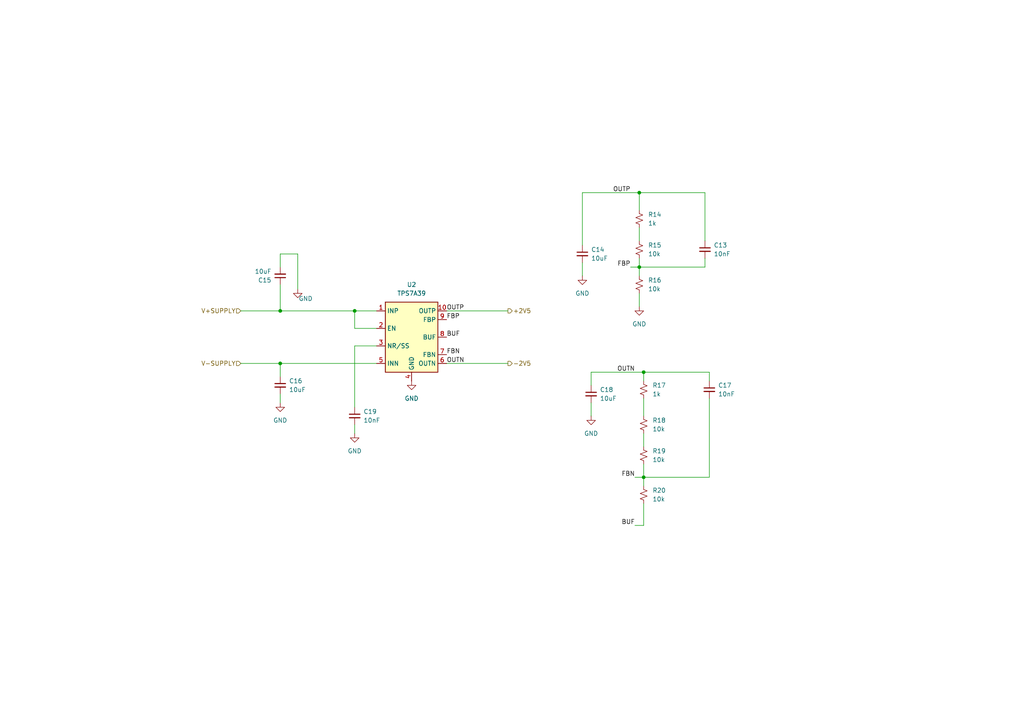
<source format=kicad_sch>
(kicad_sch (version 20231120) (generator "eeschema") (generator_version "8.0")
  (paper "A4")
  (title_block (title "PEtra") (date "2025-01-17") (rev "2") (company "IIS") (comment 1 "Author: Marc-André Wessner"))
  (lib_symbols
    (symbol "Device:C_Small" (pin_numbers hide) (pin_names (offset 0.254) hide)
      (property "Reference" "C" (at 0.254 1.778 0))
      (property "Value" "C_Small" (at 0.254 -2.032 0))
      (symbol "C_Small_0_1"
        (polyline (pts (xy -1.524 -0.508) (xy 1.524 -0.508)) (stroke (width 0.3302)))
        (polyline (pts (xy -1.524 0.508) (xy 1.524 0.508)) (stroke (width 0.3048)))
      )
      (symbol "C_Small_1_1"
        (pin passive line (at 0 2.54 270) (length 2.032) (name "~") (number "1"))
        (pin passive line (at 0 -2.54 90) (length 2.032) (name "~") (number "2"))
      )
    )
    (symbol "Device:R_Small_US" (pin_numbers hide) (pin_names (offset 0.254) hide)
      (property "Reference" "R" (at 0.762 0.508 0))
      (property "Value" "R_Small_US" (at 0.762 -1.016 0))
      (symbol "R_Small_US_1_1"
        (polyline (pts (xy 0 0) (xy 1.016 -0.381) (xy 0 -0.762) (xy -1.016 -1.143) (xy 0 -1.524)))
        (polyline (pts (xy 0 1.524) (xy 1.016 1.143) (xy 0 0.762) (xy -1.016 0.381) (xy 0 0)))
        (pin passive line (at 0 2.54 270) (length 1.016) (name "~") (number "1"))
        (pin passive line (at 0 -2.54 90) (length 1.016) (name "~") (number "2"))
      )
    )
    (symbol "Regulator_Linear:TPS7A39"
      (property "Reference" "U" (at 0 13.97 0))
      (property "Value" "TPS7A39" (at 0 11.43 0))
      (symbol "TPS7A39_1_1"
        (rectangle (start -7.62 10.16) (end 7.62 -10.16) (stroke (width 0.254)) (fill (type background)))
        (pin power_in line (at -10.16 7.62 0) (length 2.54) (name "INP") (number "1"))
        (pin power_out line (at 10.16 7.62 180) (length 2.54) (name "OUTP") (number "10"))
        (pin passive line (at 0 -12.7 90) (length 2.54) hide (name "GND") (number "11"))
        (pin input line (at -10.16 2.54 0) (length 2.54) (name "EN") (number "2"))
        (pin passive line (at -10.16 -2.54 0) (length 2.54) (name "NR/SS") (number "3"))
        (pin power_in line (at 0 -12.7 90) (length 2.54) (name "GND") (number "4"))
        (pin power_in line (at -10.16 -7.62 0) (length 2.54) (name "INN") (number "5"))
        (pin power_out line (at 10.16 -7.62 180) (length 2.54) (name "OUTN") (number "6"))
        (pin input line (at 10.16 -5.08 180) (length 2.54) (name "FBN") (number "7"))
        (pin output line (at 10.16 0 180) (length 2.54) (name "BUF") (number "8"))
        (pin input line (at 10.16 5.08 180) (length 2.54) (name "FBP") (number "9"))
      )
    )
    (symbol "power:GND" (power) (pin_numbers hide) (pin_names (offset 0) hide)
      (property "Value" "GND" (at 0 -3.81 0))
      (symbol "GND_0_1"
        (polyline (pts (xy 0 0) (xy 0 -1.27) (xy 1.27 -1.27) (xy 0 -2.54) (xy -1.27 -1.27) (xy 0 -1.27)))
      )
      (symbol "GND_1_1"
        (pin power_in line (at 0 0 270) (length 0) (name "~") (number "1"))
      )
    )
  )
  (junction (at 185.42 55.88))
  (junction (at 185.42 77.47))
  (junction (at 102.87 90.17))
  (junction (at 81.28 105.41))
  (junction (at 186.69 107.95))
  (junction (at 186.69 138.43))
  (junction (at 81.28 90.17))
  (wire (pts (xy 185.42 74.93) (xy 185.42 77.47)))
  (wire (pts (xy 186.69 115.57) (xy 186.69 120.65)))
  (wire (pts (xy 182.88 77.47) (xy 185.42 77.47)))
  (wire (pts (xy 204.47 77.47) (xy 204.47 74.93)))
  (wire (pts (xy 204.47 69.85) (xy 204.47 55.88)))
  (wire (pts (xy 185.42 85.09) (xy 185.42 88.9)))
  (wire (pts (xy 81.28 90.17) (xy 81.28 82.55)))
  (wire (pts (xy 205.74 115.57) (xy 205.74 138.43)))
  (wire (pts (xy 102.87 123.19) (xy 102.87 125.73)))
  (wire (pts (xy 69.85 90.17) (xy 81.28 90.17)))
  (wire (pts (xy 81.28 105.41) (xy 81.28 109.22)))
  (wire (pts (xy 129.54 105.41) (xy 147.32 105.41)))
  (wire (pts (xy 81.28 73.66) (xy 86.36 73.66)))
  (wire (pts (xy 81.28 77.47) (xy 81.28 73.66)))
  (wire (pts (xy 186.69 146.05) (xy 186.69 152.4)))
  (wire (pts (xy 81.28 90.17) (xy 102.87 90.17)))
  (wire (pts (xy 185.42 77.47) (xy 185.42 80.01)))
  (wire (pts (xy 86.36 73.66) (xy 86.36 83.82)))
  (wire (pts (xy 204.47 55.88) (xy 185.42 55.88)))
  (wire (pts (xy 102.87 90.17) (xy 109.22 90.17)))
  (wire (pts (xy 205.74 110.49) (xy 205.74 107.95)))
  (wire (pts (xy 185.42 77.47) (xy 204.47 77.47)))
  (wire (pts (xy 184.15 152.4) (xy 186.69 152.4)))
  (wire (pts (xy 171.45 116.84) (xy 171.45 120.65)))
  (wire (pts (xy 168.91 55.88) (xy 185.42 55.88)))
  (wire (pts (xy 102.87 100.33) (xy 109.22 100.33)))
  (wire (pts (xy 168.91 76.2) (xy 168.91 80.01)))
  (wire (pts (xy 171.45 107.95) (xy 186.69 107.95)))
  (wire (pts (xy 185.42 55.88) (xy 185.42 60.96)))
  (wire (pts (xy 129.54 90.17) (xy 147.32 90.17)))
  (wire (pts (xy 109.22 105.41) (xy 81.28 105.41)))
  (wire (pts (xy 168.91 55.88) (xy 168.91 71.12)))
  (wire (pts (xy 102.87 118.11) (xy 102.87 100.33)))
  (wire (pts (xy 185.42 66.04) (xy 185.42 69.85)))
  (wire (pts (xy 81.28 114.3) (xy 81.28 116.84)))
  (wire (pts (xy 205.74 107.95) (xy 186.69 107.95)))
  (wire (pts (xy 102.87 90.17) (xy 102.87 95.25)))
  (wire (pts (xy 171.45 107.95) (xy 171.45 111.76)))
  (wire (pts (xy 186.69 138.43) (xy 186.69 140.97)))
  (wire (pts (xy 69.85 105.41) (xy 81.28 105.41)))
  (wire (pts (xy 109.22 95.25) (xy 102.87 95.25)))
  (wire (pts (xy 186.69 138.43) (xy 205.74 138.43)))
  (wire (pts (xy 184.15 138.43) (xy 186.69 138.43)))
  (wire (pts (xy 186.69 107.95) (xy 186.69 110.49)))
  (wire (pts (xy 186.69 134.62) (xy 186.69 138.43)))
  (wire (pts (xy 186.69 125.73) (xy 186.69 129.54)))
  (label "OUTN" (at 129.54 105.41 0))
  (label "FBP" (at 129.54 92.71 0))
  (label "BUF" (at 129.54 97.79 0))
  (label "FBN" (at 184.15 138.43 180))
  (label "FBN" (at 129.54 102.87 0))
  (label "OUTN" (at 184.15 107.95 180))
  (label "OUTP" (at 182.88 55.88 180))
  (label "OUTP" (at 129.54 90.17 0))
  (label "FBP" (at 182.88 77.47 180))
  (label "BUF" (at 184.15 152.4 180))
  (hierarchical_label "V+SUPPLY" (shape input) (at 69.85 90.17 180))
  (hierarchical_label "-2V5" (shape output) (at 147.32 105.41 0))
  (hierarchical_label "+2V5" (shape output) (at 147.32 90.17 0))
  (hierarchical_label "V-SUPPLY" (shape input) (at 69.85 105.41 180))
  (symbol (lib_id "Device:C_Small") (at 81.28 111.76 0) (unit 1)
    (property "Reference" "C16" (at 83.82 110.4962 0) (effects (justify left)))
    (property "Value" "10uF" (at 83.82 113.0362 0) (effects (justify left)))
    (property "Footprint" "Capacitor_SMD:C_0805_2012Metric" (effects (hide yes)))
    (property "Description" "Unpolarized capacitor, small symbol" (effects (hide yes)))
  )
  (symbol (lib_id "Device:R_Small_US") (at 185.42 82.55 180) (unit 1)
    (property "Reference" "R16" (at 187.96 81.2799 0) (effects (justify right)))
    (property "Value" "10k" (at 187.96 83.8199 0) (effects (justify right)))
    (property "Footprint" "Resistor_SMD:R_0603_1608Metric" (effects (hide yes)))
    (property "Description" "Resistor, small US symbol" (effects (hide yes)))
  )
  (symbol (lib_id "Device:C_Small") (at 168.91 73.66 0) (unit 1)
    (property "Reference" "C14" (at 171.45 72.3962 0) (effects (justify left)))
    (property "Value" "10uF" (at 171.45 74.9362 0) (effects (justify left)))
    (property "Footprint" "Capacitor_SMD:C_0805_2012Metric" (effects (hide yes)))
    (property "Description" "Unpolarized capacitor, small symbol" (effects (hide yes)))
  )
  (symbol (lib_id "power:GND") (at 168.91 80.01 0) (unit 1)
    (property "Reference" "#PWR00" (effects (hide yes)))
    (property "Value" "GND" (at 168.91 85.09 0))
    (property "Description" "Power symbol creates a global label with name \"GND\" , ground" (effects (hide yes)))
    (instances (project "TransimpedanceAmplifier" (path "" (reference "#PWR00") (unit 1))) (project "TransimpedanceAmplifier" (path "" (reference "#PWR031") (unit 1))))
  )
  (symbol (lib_id "power:GND") (at 102.87 125.73 0) (unit 1)
    (property "Reference" "#PWR037" (effects (hide yes)))
    (property "Value" "GND" (at 102.87 130.81 0))
    (property "Description" "Power symbol creates a global label with name \"GND\" , ground" (effects (hide yes)))
  )
  (symbol (lib_id "Device:R_Small_US") (at 186.69 132.08 0) (unit 1)
    (property "Reference" "R19" (at 189.23 130.8099 0) (effects (justify left)))
    (property "Value" "10k" (at 189.23 133.3499 0) (effects (justify left)))
    (property "Footprint" "Resistor_SMD:R_0603_1608Metric" (effects (hide yes)))
    (property "Description" "Resistor, small US symbol" (effects (hide yes)))
  )
  (symbol (lib_id "Device:R_Small_US") (at 186.69 143.51 180) (unit 1)
    (property "Reference" "R20" (at 189.23 142.2399 0) (effects (justify right)))
    (property "Value" "10k" (at 189.23 144.7799 0) (effects (justify right)))
    (property "Footprint" "Resistor_SMD:R_0603_1608Metric" (effects (hide yes)))
    (property "Description" "Resistor, small US symbol" (effects (hide yes)))
  )
  (symbol (lib_id "power:GND") (at 171.45 120.65 0) (unit 1)
    (property "Reference" "#PWR036" (effects (hide yes)))
    (property "Value" "GND" (at 171.45 125.73 0))
    (property "Description" "Power symbol creates a global label with name \"GND\" , ground" (effects (hide yes)))
  )
  (symbol (lib_id "Device:C_Small") (at 205.74 113.03 0) (unit 1)
    (property "Reference" "C17" (at 208.28 111.7662 0) (effects (justify left)))
    (property "Value" "10nF" (at 208.28 114.3062 0) (effects (justify left)))
    (property "Footprint" "Capacitor_SMD:C_0603_1608Metric" (effects (hide yes)))
    (property "Datasheet" "https://www.digikey.ch/de/products/detail/murata-electronics/GRM2195C1H103FA01D/2545194" (effects (hide yes)))
    (property "Description" "Unpolarized capacitor, small symbol" (effects (hide yes)))
  )
  (symbol (lib_id "Device:R_Small_US") (at 185.42 72.39 180) (unit 1)
    (property "Reference" "R15" (at 187.96 71.1199 0) (effects (justify right)))
    (property "Value" "10k" (at 187.96 73.6599 0) (effects (justify right)))
    (property "Footprint" "Resistor_SMD:R_0603_1608Metric" (effects (hide yes)))
    (property "Description" "Resistor, small US symbol" (effects (hide yes)))
  )
  (symbol (lib_id "Device:C_Small") (at 102.87 120.65 0) (unit 1)
    (property "Reference" "C19" (at 105.41 119.3862 0) (effects (justify left)))
    (property "Value" "10nF" (at 105.41 121.9262 0) (effects (justify left)))
    (property "Footprint" "Capacitor_SMD:C_0603_1608Metric" (effects (hide yes)))
    (property "Datasheet" "https://www.digikey.ch/de/products/detail/murata-electronics/GRM2195C1H103FA01D/2545194" (effects (hide yes)))
    (property "Description" "Unpolarized capacitor, small symbol" (effects (hide yes)))
  )
  (symbol (lib_id "power:GND") (at 119.38 110.49 0) (unit 1)
    (property "Reference" "#PWR034" (effects (hide yes)))
    (property "Value" "GND" (at 119.38 115.57 0))
    (property "Description" "Power symbol creates a global label with name \"GND\" , ground" (effects (hide yes)))
  )
  (symbol (lib_id "Device:R_Small_US") (at 185.42 63.5 0) (unit 1)
    (property "Reference" "R14" (at 187.96 62.2299 0) (effects (justify left)))
    (property "Value" "1k" (at 187.96 64.7699 0) (effects (justify left)))
    (property "Footprint" "Resistor_SMD:R_0603_1608Metric" (effects (hide yes)))
    (property "Datasheet" "https://www.digikey.ch/de/products/detail/yageo/RC0603FR-071KL/726843" (effects (hide yes)))
    (property "Description" "Resistor, small US symbol" (effects (hide yes)))
  )
  (symbol (lib_id "Regulator_Linear:TPS7A39") (at 119.38 97.79 0) (unit 1)
    (property "Reference" "U2" (at 119.38 82.55 0))
    (property "Value" "TPS7A39" (at 119.38 85.09 0))
    (property "Footprint" "Package_SON:Texas_S-PVSON-N10_ThermalVias" (effects (hide yes)))
    (property "Datasheet" "https://www.ti.com/lit/ds/symlink/tps7a39.pdf" (effects (hide yes)))
    (property "Description" "Dual, 150-mA, ±3.3V to ±33V Input, +1.2V to +30V and -30V to 0V Output, Wide VIN Positive and Negative LDO Voltage Regulator, 3x3mm WSON-10 package" (effects (hide yes)))
  )
  (symbol (lib_id "Device:C_Small") (at 171.45 114.3 0) (unit 1)
    (property "Reference" "C18" (at 173.99 113.0362 0) (effects (justify left)))
    (property "Value" "10uF" (at 173.99 115.5762 0) (effects (justify left)))
    (property "Footprint" "Capacitor_SMD:C_0805_2012Metric" (effects (hide yes)))
    (property "Description" "Unpolarized capacitor, small symbol" (effects (hide yes)))
  )
  (symbol (lib_id "power:GND") (at 86.36 83.82 0) (unit 1)
    (property "Reference" "#PWR032" (effects (hide yes)))
    (property "Value" "GND" (at 88.646 86.614 0))
    (property "Description" "Power symbol creates a global label with name \"GND\" , ground" (effects (hide yes)))
  )
  (symbol (lib_id "Device:R_Small_US") (at 186.69 123.19 0) (unit 1)
    (property "Reference" "R18" (at 189.23 121.9199 0) (effects (justify left)))
    (property "Value" "10k" (at 189.23 124.4599 0) (effects (justify left)))
    (property "Footprint" "Resistor_SMD:R_0603_1608Metric" (effects (hide yes)))
    (property "Description" "Resistor, small US symbol" (effects (hide yes)))
  )
  (symbol (lib_id "power:GND") (at 185.42 88.9 0) (unit 1)
    (property "Reference" "#PWR033" (effects (hide yes)))
    (property "Value" "GND" (at 185.42 93.98 0))
    (property "Description" "Power symbol creates a global label with name \"GND\" , ground" (effects (hide yes)))
  )
  (symbol (lib_id "power:GND") (at 81.28 116.84 0) (unit 1)
    (property "Reference" "#PWR035" (effects (hide yes)))
    (property "Value" "GND" (at 81.28 121.92 0))
    (property "Description" "Power symbol creates a global label with name \"GND\" , ground" (effects (hide yes)))
  )
  (symbol (lib_id "Device:C_Small") (at 204.47 72.39 0) (unit 1)
    (property "Reference" "C13" (at 207.01 71.1262 0) (effects (justify left)))
    (property "Value" "10nF" (at 207.01 73.6662 0) (effects (justify left)))
    (property "Footprint" "Capacitor_SMD:C_0603_1608Metric" (effects (hide yes)))
    (property "Datasheet" "https://www.digikey.ch/de/products/detail/murata-electronics/GRM2195C1H103FA01D/2545194" (effects (hide yes)))
    (property "Description" "Unpolarized capacitor, small symbol" (effects (hide yes)))
  )
  (symbol (lib_id "Device:R_Small_US") (at 186.69 113.03 180) (unit 1)
    (property "Reference" "R17" (at 189.23 111.7599 0) (effects (justify right)))
    (property "Value" "1k" (at 189.23 114.2999 0) (effects (justify right)))
    (property "Footprint" "Resistor_SMD:R_0603_1608Metric" (effects (hide yes)))
    (property "Datasheet" "https://www.digikey.ch/de/products/detail/yageo/RC0603FR-071KL/726843" (effects (hide yes)))
    (property "Description" "Resistor, small US symbol" (effects (hide yes)))
  )
  (symbol (lib_id "Device:C_Small") (at 81.28 80.01 180) (unit 1)
    (property "Reference" "C15" (at 78.74 81.2738 0) (effects (justify left)))
    (property "Value" "10uF" (at 78.74 78.7338 0) (effects (justify left)))
    (property "Footprint" "Capacitor_SMD:C_0805_2012Metric" (effects (hide yes)))
    (property "Description" "Unpolarized capacitor, small symbol" (effects (hide yes)))
  )
)
</source>
